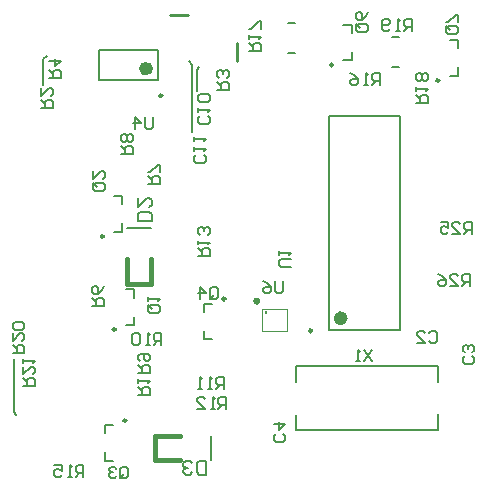
<source format=gbo>
%FSLAX24Y24*%
%MOIN*%
G70*
G01*
G75*
G04 Layer_Color=32896*
%ADD10C,0.0098*%
%ADD11R,0.0354X0.0315*%
%ADD12C,0.0276*%
%ADD13R,0.0276X0.0394*%
%ADD14R,0.0236X0.0886*%
%ADD15R,0.0591X0.0295*%
%ADD16R,0.0295X0.0591*%
%ADD17R,0.0354X0.0315*%
%ADD18R,0.0492X0.0433*%
%ADD19R,0.0906X0.0906*%
%ADD20R,0.0315X0.0354*%
%ADD21R,0.0197X0.0236*%
%ADD22R,0.0236X0.0197*%
%ADD23R,0.0394X0.0276*%
%ADD24R,0.0315X0.0630*%
%ADD25R,0.0846X0.0335*%
%ADD26C,0.0335*%
%ADD27R,0.0335X0.0846*%
%ADD28R,0.0886X0.0236*%
%ADD29R,0.0299X0.0945*%
%ADD30C,0.0100*%
%ADD31C,0.0079*%
%ADD32C,0.0138*%
%ADD33C,0.0118*%
%ADD34O,0.0669X0.1181*%
%ADD35R,0.0380X0.0380*%
%ADD36C,0.0380*%
%ADD37C,0.0380*%
%ADD38R,0.0630X0.0315*%
%ADD39R,0.0906X0.0236*%
%ADD40R,0.0630X0.1063*%
%ADD41R,0.0358X0.0480*%
%ADD42R,0.0480X0.0358*%
%ADD43R,0.0118X0.0295*%
%ADD44R,0.2165X0.0827*%
%ADD45C,0.0236*%
%ADD46C,0.0394*%
%ADD47C,0.0039*%
%ADD48C,0.0063*%
%ADD49R,0.0433X0.0246*%
%ADD50R,0.0246X0.0433*%
%ADD51R,0.0434X0.0395*%
%ADD52C,0.0827*%
%ADD53R,0.0356X0.0474*%
%ADD54R,0.0316X0.0966*%
%ADD55R,0.0671X0.0375*%
%ADD56R,0.0375X0.0671*%
%ADD57R,0.0434X0.0395*%
%ADD58R,0.0572X0.0513*%
%ADD59R,0.0986X0.0986*%
%ADD60R,0.0395X0.0434*%
%ADD61R,0.0277X0.0316*%
%ADD62R,0.0316X0.0277*%
%ADD63R,0.0474X0.0356*%
%ADD64R,0.0395X0.0710*%
%ADD65R,0.0926X0.0415*%
%ADD66C,0.0415*%
%ADD67R,0.0415X0.0926*%
%ADD68R,0.0966X0.0316*%
%ADD69R,0.0379X0.1025*%
%ADD70O,0.0749X0.1261*%
%ADD71R,0.0460X0.0460*%
%ADD72C,0.0460*%
%ADD73R,0.0710X0.0395*%
%ADD74R,0.0986X0.0316*%
%ADD75R,0.0710X0.1143*%
%ADD76R,0.0438X0.0560*%
%ADD77R,0.0560X0.0438*%
%ADD78R,0.0150X0.0327*%
%ADD79R,0.2245X0.0907*%
%ADD80C,0.0150*%
%ADD81C,0.0050*%
D10*
X5150Y12835D02*
G03*
X5150Y12835I-49J0D01*
G01*
X10138Y4998D02*
G03*
X10138Y4998I-49J0D01*
G01*
X14380Y13346D02*
G03*
X14380Y13346I-49J0D01*
G01*
X10837Y13858D02*
G03*
X10837Y13858I-49J0D01*
G01*
X7254Y6063D02*
G03*
X7254Y6063I-49J0D01*
G01*
X3947Y2008D02*
G03*
X3947Y2008I-49J0D01*
G01*
X3199Y8150D02*
G03*
X3199Y8150I-49J0D01*
G01*
X3593Y5039D02*
G03*
X3593Y5039I-49J0D01*
G01*
D30*
X8369Y5987D02*
G03*
X8369Y5987I-72J0D01*
G01*
X8609Y5617D02*
G03*
X8609Y5617I-2J0D01*
G01*
X5394Y15512D02*
X6014D01*
X4916Y1502D02*
X4920Y1506D01*
X3967Y6573D02*
X3970Y6570D01*
X7639Y13986D02*
Y14606D01*
D31*
X6024Y13976D02*
X6142Y13858D01*
Y11614D02*
Y13858D01*
X6299Y13701D02*
X6378Y13780D01*
X6299Y12976D02*
Y13701D01*
X1181Y14055D02*
X1292Y14166D01*
X1181Y13189D02*
Y14055D01*
X197Y2283D02*
X276Y2205D01*
X197Y2283D02*
Y4055D01*
X3031Y13346D02*
Y14370D01*
X5000D01*
X3031Y13346D02*
X5000D01*
Y14370D01*
X10699Y5020D02*
X13081D01*
X10699D02*
Y12146D01*
X13081Y5020D02*
Y12146D01*
X10699D02*
X13081D01*
X12795Y14783D02*
X13032D01*
X12795Y13799D02*
X13032D01*
X9331Y15256D02*
X9567D01*
X9331Y14272D02*
X9567D01*
X14724Y13504D02*
X15000D01*
Y13780D01*
X14724Y14685D02*
X15000D01*
Y14409D02*
Y14685D01*
X11181Y14016D02*
X11457D01*
Y14291D01*
X11181Y15197D02*
X11457D01*
Y14921D02*
Y15197D01*
X6535Y4724D02*
Y5000D01*
Y4724D02*
X6811D01*
X6535Y5630D02*
Y5906D01*
X6811D01*
X3228Y669D02*
Y945D01*
Y669D02*
X3504D01*
X3228Y1575D02*
Y1850D01*
X3504D01*
X3543Y8307D02*
X3819D01*
Y8583D01*
X3543Y9488D02*
X3819D01*
Y9213D02*
Y9488D01*
X3937Y5197D02*
X4213D01*
Y5472D01*
X3937Y6378D02*
X4213D01*
Y6102D02*
Y6378D01*
X9606Y1693D02*
Y2205D01*
Y1693D02*
X14331D01*
X9606Y3287D02*
Y3819D01*
X14331D01*
Y1693D02*
Y2234D01*
Y3287D02*
Y3819D01*
D45*
X4724Y13740D02*
G03*
X4724Y13740I-118J0D01*
G01*
X11211Y5413D02*
G03*
X11211Y5413I-118J0D01*
G01*
D47*
X8483Y5000D02*
X9305D01*
X8483D02*
Y5709D01*
X9306D01*
Y5000D02*
Y5709D01*
D48*
X6548Y10853D02*
X6614Y10787D01*
Y10656D01*
X6548Y10591D01*
X6286D01*
X6220Y10656D01*
Y10787D01*
X6286Y10853D01*
X6220Y10984D02*
Y11115D01*
Y11050D01*
X6614D01*
X6548Y10984D01*
X6220Y11312D02*
Y11443D01*
Y11378D01*
X6614D01*
X6548Y11312D01*
X4843Y12126D02*
Y11798D01*
X4777Y11732D01*
X4646D01*
X4580Y11798D01*
Y12126D01*
X4252Y11732D02*
Y12126D01*
X4449Y11929D01*
X4187D01*
X9449Y7126D02*
X9121D01*
X9055Y7192D01*
Y7323D01*
X9121Y7388D01*
X9449D01*
X9055Y7520D02*
Y7651D01*
Y7585D01*
X9449D01*
X9383Y7520D01*
X15394Y6494D02*
Y6888D01*
X15197D01*
X15131Y6822D01*
Y6691D01*
X15197Y6626D01*
X15394D01*
X15263D02*
X15131Y6494D01*
X14738D02*
X15000D01*
X14738Y6757D01*
Y6822D01*
X14803Y6888D01*
X14935D01*
X15000Y6822D01*
X14344Y6888D02*
X14475Y6822D01*
X14607Y6691D01*
Y6560D01*
X14541Y6494D01*
X14410D01*
X14344Y6560D01*
Y6626D01*
X14410Y6691D01*
X14607D01*
X15472Y8228D02*
Y8622D01*
X15276D01*
X15210Y8556D01*
Y8425D01*
X15276Y8360D01*
X15472D01*
X15341D02*
X15210Y8228D01*
X14816D02*
X15079D01*
X14816Y8491D01*
Y8556D01*
X14882Y8622D01*
X15013D01*
X15079Y8556D01*
X14423Y8622D02*
X14685D01*
Y8425D01*
X14554Y8491D01*
X14489D01*
X14423Y8425D01*
Y8294D01*
X14489Y8228D01*
X14620D01*
X14685Y8294D01*
X512Y3150D02*
X905D01*
Y3346D01*
X840Y3412D01*
X709D01*
X643Y3346D01*
Y3150D01*
Y3281D02*
X512Y3412D01*
Y3806D02*
Y3543D01*
X774Y3806D01*
X840D01*
X905Y3740D01*
Y3609D01*
X840Y3543D01*
X512Y3937D02*
Y4068D01*
Y4002D01*
X905D01*
X840Y3937D01*
X157Y4252D02*
X551D01*
Y4449D01*
X485Y4514D01*
X354D01*
X289Y4449D01*
Y4252D01*
Y4383D02*
X157Y4514D01*
Y4908D02*
Y4646D01*
X420Y4908D01*
X485D01*
X551Y4842D01*
Y4711D01*
X485Y4646D01*
Y5039D02*
X551Y5105D01*
Y5236D01*
X485Y5301D01*
X223D01*
X157Y5236D01*
Y5105D01*
X223Y5039D01*
X485D01*
X13465Y15000D02*
Y15394D01*
X13268D01*
X13202Y15328D01*
Y15197D01*
X13268Y15131D01*
X13465D01*
X13333D02*
X13202Y15000D01*
X13071D02*
X12940D01*
X13005D01*
Y15394D01*
X13071Y15328D01*
X12743Y15066D02*
X12677Y15000D01*
X12546D01*
X12481Y15066D01*
Y15328D01*
X12546Y15394D01*
X12677D01*
X12743Y15328D01*
Y15262D01*
X12677Y15197D01*
X12481D01*
X13622Y12598D02*
X14016D01*
Y12795D01*
X13950Y12861D01*
X13819D01*
X13753Y12795D01*
Y12598D01*
Y12730D02*
X13622Y12861D01*
Y12992D02*
Y13123D01*
Y13058D01*
X14016D01*
X13950Y12992D01*
Y13320D02*
X14016Y13386D01*
Y13517D01*
X13950Y13582D01*
X13884D01*
X13819Y13517D01*
X13753Y13582D01*
X13688D01*
X13622Y13517D01*
Y13386D01*
X13688Y13320D01*
X13753D01*
X13819Y13386D01*
X13884Y13320D01*
X13950D01*
X13819Y13386D02*
Y13517D01*
X8031Y14331D02*
X8425D01*
Y14527D01*
X8359Y14593D01*
X8228D01*
X8163Y14527D01*
Y14331D01*
Y14462D02*
X8031Y14593D01*
Y14724D02*
Y14855D01*
Y14790D01*
X8425D01*
X8359Y14724D01*
X8425Y15052D02*
Y15315D01*
X8359D01*
X8097Y15052D01*
X8031D01*
X12402Y13189D02*
Y13583D01*
X12205D01*
X12139Y13517D01*
Y13386D01*
X12205Y13320D01*
X12402D01*
X12270D02*
X12139Y13189D01*
X12008D02*
X11877D01*
X11942D01*
Y13583D01*
X12008Y13517D01*
X11418Y13583D02*
X11549Y13517D01*
X11680Y13386D01*
Y13255D01*
X11614Y13189D01*
X11483D01*
X11418Y13255D01*
Y13320D01*
X11483Y13386D01*
X11680D01*
X2520Y118D02*
Y512D01*
X2323D01*
X2257Y446D01*
Y315D01*
X2323Y249D01*
X2520D01*
X2388D02*
X2257Y118D01*
X2126D02*
X1995D01*
X2061D01*
Y512D01*
X2126Y446D01*
X1536Y512D02*
X1798D01*
Y315D01*
X1667Y380D01*
X1601D01*
X1536Y315D01*
Y184D01*
X1601Y118D01*
X1733D01*
X1798Y184D01*
X6339Y7480D02*
X6732D01*
Y7677D01*
X6667Y7743D01*
X6535D01*
X6470Y7677D01*
Y7480D01*
Y7612D02*
X6339Y7743D01*
Y7874D02*
Y8005D01*
Y7939D01*
X6732D01*
X6667Y7874D01*
Y8202D02*
X6732Y8267D01*
Y8399D01*
X6667Y8464D01*
X6601D01*
X6535Y8399D01*
Y8333D01*
Y8399D01*
X6470Y8464D01*
X6404D01*
X6339Y8399D01*
Y8267D01*
X6404Y8202D01*
X7283Y2402D02*
Y2795D01*
X7087D01*
X7021Y2730D01*
Y2598D01*
X7087Y2533D01*
X7283D01*
X7152D02*
X7021Y2402D01*
X6890D02*
X6759D01*
X6824D01*
Y2795D01*
X6890Y2730D01*
X6300Y2402D02*
X6562D01*
X6300Y2664D01*
Y2730D01*
X6365Y2795D01*
X6496D01*
X6562Y2730D01*
X7205Y3051D02*
Y3445D01*
X7008D01*
X6942Y3379D01*
Y3248D01*
X7008Y3182D01*
X7205D01*
X7074D02*
X6942Y3051D01*
X6811D02*
X6680D01*
X6746D01*
Y3445D01*
X6811Y3379D01*
X6483Y3051D02*
X6352D01*
X6418D01*
Y3445D01*
X6483Y3379D01*
X5118Y4528D02*
Y4921D01*
X4921D01*
X4856Y4856D01*
Y4724D01*
X4921Y4659D01*
X5118D01*
X4987D02*
X4856Y4528D01*
X4725D02*
X4593D01*
X4659D01*
Y4921D01*
X4725Y4856D01*
X4397D02*
X4331Y4921D01*
X4200D01*
X4134Y4856D01*
Y4593D01*
X4200Y4528D01*
X4331D01*
X4397Y4593D01*
Y4856D01*
X4331Y3583D02*
X4724D01*
Y3779D01*
X4659Y3845D01*
X4527D01*
X4462Y3779D01*
Y3583D01*
Y3714D02*
X4331Y3845D01*
X4396Y3976D02*
X4331Y4042D01*
Y4173D01*
X4396Y4239D01*
X4659D01*
X4724Y4173D01*
Y4042D01*
X4659Y3976D01*
X4593D01*
X4527Y4042D01*
Y4239D01*
X3780Y10906D02*
X4173D01*
Y11102D01*
X4108Y11168D01*
X3976D01*
X3911Y11102D01*
Y10906D01*
Y11037D02*
X3780Y11168D01*
X4108Y11299D02*
X4173Y11365D01*
Y11496D01*
X4108Y11561D01*
X4042D01*
X3976Y11496D01*
X3911Y11561D01*
X3845D01*
X3780Y11496D01*
Y11365D01*
X3845Y11299D01*
X3911D01*
X3976Y11365D01*
X4042Y11299D01*
X4108D01*
X3976Y11365D02*
Y11496D01*
X4670Y9882D02*
X5064D01*
Y10079D01*
X4998Y10144D01*
X4867D01*
X4802Y10079D01*
Y9882D01*
Y10013D02*
X4670Y10144D01*
X5064Y10275D02*
Y10538D01*
X4998D01*
X4736Y10275D01*
X4670D01*
X2820Y5827D02*
X3214D01*
Y6024D01*
X3148Y6089D01*
X3017D01*
X2951Y6024D01*
Y5827D01*
Y5958D02*
X2820Y6089D01*
X3214Y6483D02*
X3148Y6352D01*
X3017Y6220D01*
X2886D01*
X2820Y6286D01*
Y6417D01*
X2886Y6483D01*
X2951D01*
X3017Y6417D01*
Y6220D01*
X1388Y13414D02*
X1781D01*
Y13611D01*
X1716Y13677D01*
X1585D01*
X1519Y13611D01*
Y13414D01*
Y13545D02*
X1388Y13677D01*
Y14005D02*
X1781D01*
X1585Y13808D01*
Y14070D01*
X6969Y13032D02*
X7362D01*
Y13228D01*
X7296Y13294D01*
X7165D01*
X7100Y13228D01*
Y13032D01*
Y13163D02*
X6969Y13294D01*
X7296Y13425D02*
X7362Y13491D01*
Y13622D01*
X7296Y13687D01*
X7231D01*
X7165Y13622D01*
Y13556D01*
Y13622D01*
X7100Y13687D01*
X7034D01*
X6969Y13622D01*
Y13491D01*
X7034Y13425D01*
X1110Y12440D02*
X1504D01*
Y12637D01*
X1438Y12702D01*
X1307D01*
X1241Y12637D01*
Y12440D01*
Y12571D02*
X1110Y12702D01*
Y13096D02*
Y12834D01*
X1372Y13096D01*
X1438D01*
X1504Y13030D01*
Y12899D01*
X1438Y12834D01*
X4334Y2869D02*
X4727D01*
Y3066D01*
X4662Y3131D01*
X4531D01*
X4465Y3066D01*
Y2869D01*
Y3000D02*
X4334Y3131D01*
Y3263D02*
Y3394D01*
Y3328D01*
X4727D01*
X4662Y3263D01*
X14672Y15144D02*
X14934D01*
X15000Y15079D01*
Y14947D01*
X14934Y14882D01*
X14672D01*
X14606Y14947D01*
Y15079D01*
X14737Y15013D02*
X14606Y15144D01*
Y15079D02*
X14672Y15144D01*
X15000Y15275D02*
Y15538D01*
X14934D01*
X14672Y15275D01*
X14606D01*
X11680Y15223D02*
X11942D01*
X12008Y15157D01*
Y15026D01*
X11942Y14961D01*
X11680D01*
X11614Y15026D01*
Y15157D01*
X11745Y15092D02*
X11614Y15223D01*
Y15157D02*
X11680Y15223D01*
X12008Y15617D02*
X11942Y15485D01*
X11811Y15354D01*
X11680D01*
X11614Y15420D01*
Y15551D01*
X11680Y15617D01*
X11745D01*
X11811Y15551D01*
Y15354D01*
X6745Y6129D02*
Y6391D01*
X6811Y6457D01*
X6942D01*
X7008Y6391D01*
Y6129D01*
X6942Y6063D01*
X6811D01*
X6877Y6194D02*
X6745Y6063D01*
X6811D02*
X6745Y6129D01*
X6418Y6063D02*
Y6457D01*
X6614Y6260D01*
X6352D01*
X3753Y144D02*
Y407D01*
X3819Y472D01*
X3950D01*
X4016Y407D01*
Y144D01*
X3950Y79D01*
X3819D01*
X3885Y210D02*
X3753Y79D01*
X3819D02*
X3753Y144D01*
X3622Y407D02*
X3557Y472D01*
X3425D01*
X3360Y407D01*
Y341D01*
X3425Y276D01*
X3491D01*
X3425D01*
X3360Y210D01*
Y144D01*
X3425Y79D01*
X3557D01*
X3622Y144D01*
X2920Y9914D02*
X3182D01*
X3248Y9849D01*
Y9717D01*
X3182Y9652D01*
X2920D01*
X2854Y9717D01*
Y9849D01*
X2986Y9783D02*
X2854Y9914D01*
Y9849D02*
X2920Y9914D01*
X2854Y10308D02*
Y10045D01*
X3117Y10308D01*
X3182D01*
X3248Y10242D01*
Y10111D01*
X3182Y10045D01*
X4751Y5853D02*
X5013D01*
X5079Y5787D01*
Y5656D01*
X5013Y5591D01*
X4751D01*
X4685Y5656D01*
Y5787D01*
X4816Y5722D02*
X4685Y5853D01*
Y5787D02*
X4751Y5853D01*
X4685Y5984D02*
Y6115D01*
Y6050D01*
X5079D01*
X5013Y5984D01*
X6614Y657D02*
Y197D01*
X6384D01*
X6307Y274D01*
Y581D01*
X6384Y657D01*
X6614D01*
X6154Y581D02*
X6077Y657D01*
X5923D01*
X5847Y581D01*
Y504D01*
X5923Y427D01*
X6000D01*
X5923D01*
X5847Y350D01*
Y274D01*
X5923Y197D01*
X6077D01*
X6154Y274D01*
X4791Y8661D02*
X4331D01*
Y8892D01*
X4407Y8968D01*
X4714D01*
X4791Y8892D01*
Y8661D01*
X4331Y9429D02*
Y9122D01*
X4638Y9429D01*
X4714D01*
X4791Y9352D01*
Y9199D01*
X4714Y9122D01*
X6667Y12152D02*
X6732Y12087D01*
Y11955D01*
X6667Y11890D01*
X6404D01*
X6339Y11955D01*
Y12087D01*
X6404Y12152D01*
X6339Y12283D02*
Y12415D01*
Y12349D01*
X6732D01*
X6667Y12283D01*
Y12611D02*
X6732Y12677D01*
Y12808D01*
X6667Y12874D01*
X6404D01*
X6339Y12808D01*
Y12677D01*
X6404Y12611D01*
X6667D01*
X9186Y1562D02*
X9252Y1496D01*
Y1365D01*
X9186Y1299D01*
X8924D01*
X8858Y1365D01*
Y1496D01*
X8924Y1562D01*
X8858Y1890D02*
X9252D01*
X9055Y1693D01*
Y1955D01*
X15485Y4143D02*
X15551Y4078D01*
Y3947D01*
X15485Y3881D01*
X15223D01*
X15157Y3947D01*
Y4078D01*
X15223Y4143D01*
X15485Y4275D02*
X15551Y4340D01*
Y4471D01*
X15485Y4537D01*
X15420D01*
X15354Y4471D01*
Y4406D01*
Y4471D01*
X15289Y4537D01*
X15223D01*
X15157Y4471D01*
Y4340D01*
X15223Y4275D01*
X14029Y4934D02*
X14095Y5000D01*
X14226D01*
X14291Y4934D01*
Y4672D01*
X14226Y4606D01*
X14095D01*
X14029Y4672D01*
X13635Y4606D02*
X13898D01*
X13635Y4869D01*
Y4934D01*
X13701Y5000D01*
X13832D01*
X13898Y4934D01*
X9173Y6653D02*
Y6325D01*
X9108Y6260D01*
X8976D01*
X8911Y6325D01*
Y6653D01*
X8517D02*
X8648Y6588D01*
X8780Y6457D01*
Y6325D01*
X8714Y6260D01*
X8583D01*
X8517Y6325D01*
Y6391D01*
X8583Y6457D01*
X8780D01*
X12126Y4370D02*
X11864Y3976D01*
Y4370D02*
X12126Y3976D01*
X11732D02*
X11601D01*
X11667D01*
Y4370D01*
X11732Y4304D01*
D80*
X4916Y699D02*
Y1502D01*
Y699D02*
X5738D01*
X4920Y1506D02*
X5738D01*
X3970Y6570D02*
X4774D01*
X3967Y6573D02*
Y7392D01*
X4774Y6570D02*
Y7392D01*
D81*
X6766Y699D02*
Y1506D01*
X3967Y8420D02*
X4774D01*
M02*

</source>
